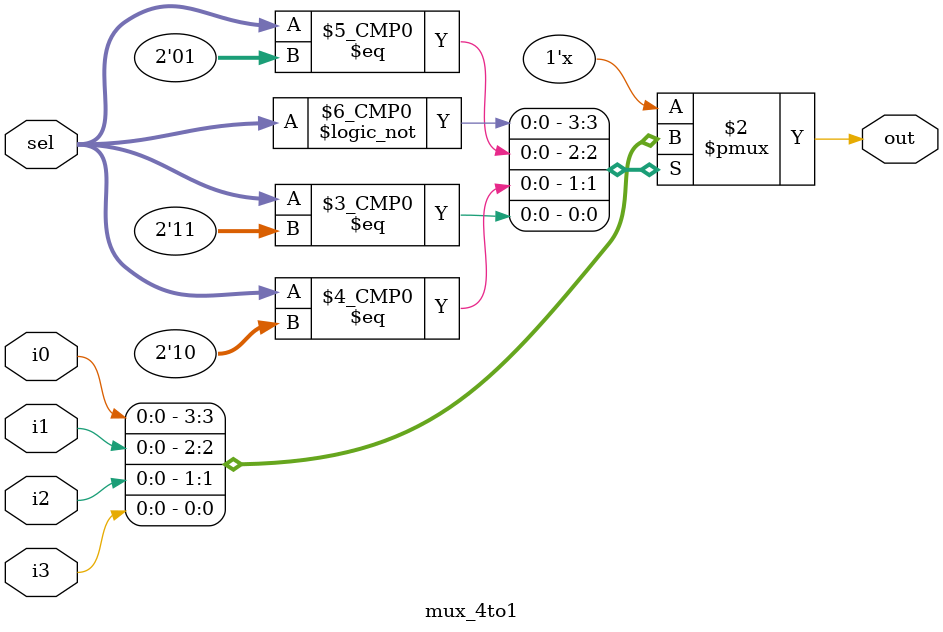
<source format=v>
module mux_4to1 (i0, i1, i2, i3, sel, out);
    input i0, i1, i2, i3;
    input [1:0] sel;
    output reg out;
    always @(i0 or i1 or i2 or i3 or sel)begin
        case (sel)
            2'b00 : out = i0;
            2'b01 : out = i1;
            2'b10 : out = i2;
            2'b11 : out = i3;
            default: out = 1'bx;
        endcase
    end
endmodule
</source>
